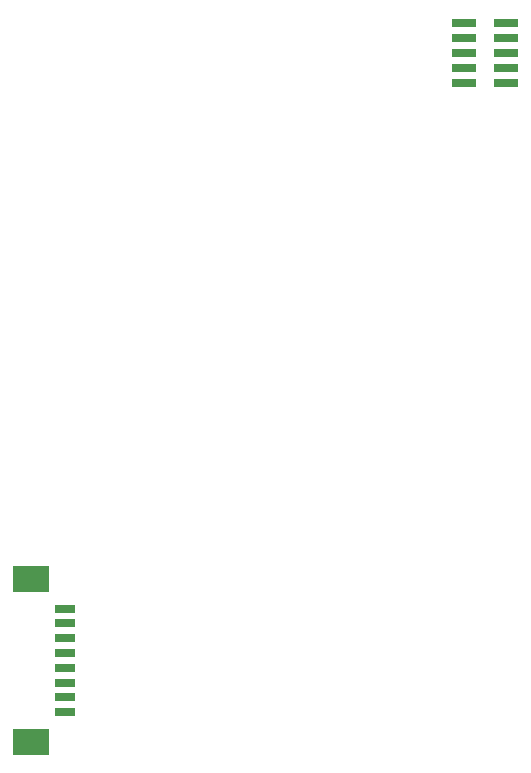
<source format=gbr>
G04 #@! TF.FileFunction,Paste,Top*
%FSLAX46Y46*%
G04 Gerber Fmt 4.6, Leading zero omitted, Abs format (unit mm)*
G04 Created by KiCad (PCBNEW 4.0.6) date 2017 May 11, Thursday 23:22:10*
%MOMM*%
%LPD*%
G01*
G04 APERTURE LIST*
%ADD10C,1.000000*%
%ADD11R,1.700000X0.800000*%
%ADD12R,3.100000X2.200000*%
%ADD13R,2.050000X0.760000*%
G04 APERTURE END LIST*
D10*
D11*
X25517500Y-71557500D03*
X25517500Y-72807500D03*
X25517500Y-74057500D03*
X25517500Y-75307500D03*
X25517500Y-76557500D03*
X25517500Y-77807500D03*
X25517500Y-79057500D03*
X25517500Y-80307500D03*
D12*
X22617500Y-69057500D03*
X22617500Y-82807500D03*
D13*
X59317500Y-21932500D03*
X59317500Y-23202500D03*
X59317500Y-24472500D03*
X59317500Y-25742500D03*
X59317500Y-27012500D03*
X62867500Y-23202500D03*
X62867500Y-21932500D03*
X62867500Y-24472500D03*
X62867500Y-25742500D03*
X62867500Y-27012500D03*
M02*

</source>
